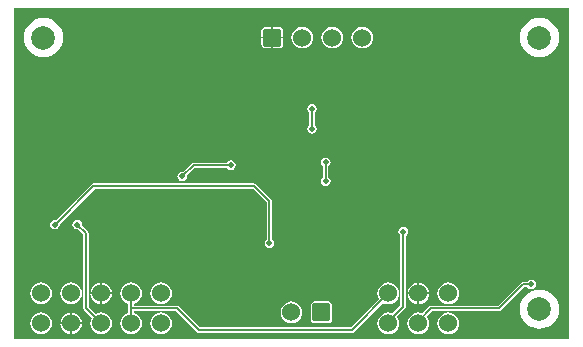
<source format=gbr>
%TF.GenerationSoftware,Altium Limited,Altium Designer,20.1.8 (145)*%
G04 Layer_Physical_Order=4*
G04 Layer_Color=16728128*
%FSLAX45Y45*%
%MOMM*%
%TF.SameCoordinates,2300FDCC-ED38-457A-842E-A9769F27D6F2*%
%TF.FilePolarity,Positive*%
%TF.FileFunction,Copper,L4,Bot,Signal*%
%TF.Part,Single*%
G01*
G75*
%TA.AperFunction,Conductor*%
%ADD23C,0.12700*%
%TA.AperFunction,WasherPad*%
%ADD25C,2.00000*%
%TA.AperFunction,ComponentPad*%
%ADD26C,1.52400*%
G04:AMPARAMS|DCode=27|XSize=1.524mm|YSize=1.524mm|CornerRadius=0.1905mm|HoleSize=0mm|Usage=FLASHONLY|Rotation=180.000|XOffset=0mm|YOffset=0mm|HoleType=Round|Shape=RoundedRectangle|*
%AMROUNDEDRECTD27*
21,1,1.52400,1.14300,0,0,180.0*
21,1,1.14300,1.52400,0,0,180.0*
1,1,0.38100,-0.57150,0.57150*
1,1,0.38100,0.57150,0.57150*
1,1,0.38100,0.57150,-0.57150*
1,1,0.38100,-0.57150,-0.57150*
%
%ADD27ROUNDEDRECTD27*%
%TA.AperFunction,ViaPad*%
%ADD28C,0.50000*%
%TA.AperFunction,Conductor*%
%ADD29C,0.15240*%
G36*
X4700000Y0D02*
X0D01*
Y2800000D01*
X4700000Y2800000D01*
Y0D01*
D02*
G37*
%LPC*%
G36*
X2245150Y2642112D02*
X2195620D01*
Y2557620D01*
X2280112D01*
Y2607150D01*
X2277450Y2620529D01*
X2269872Y2631872D01*
X2258529Y2639450D01*
X2245150Y2642112D01*
D02*
G37*
G36*
X2180380D02*
X2130850D01*
X2117470Y2639450D01*
X2106128Y2631872D01*
X2098549Y2620529D01*
X2095888Y2607150D01*
Y2557620D01*
X2180380D01*
Y2642112D01*
D02*
G37*
G36*
X2280112Y2542380D02*
X2195620D01*
Y2457888D01*
X2245150D01*
X2258529Y2460550D01*
X2269872Y2468128D01*
X2277450Y2479471D01*
X2280112Y2492850D01*
Y2542380D01*
D02*
G37*
G36*
X2180380D02*
X2095888D01*
Y2492850D01*
X2098549Y2479471D01*
X2106128Y2468128D01*
X2117470Y2460550D01*
X2130850Y2457888D01*
X2180380D01*
Y2542380D01*
D02*
G37*
G36*
X2950000Y2642229D02*
X2926129Y2639086D01*
X2903885Y2629873D01*
X2884784Y2615216D01*
X2870127Y2596114D01*
X2860914Y2573871D01*
X2857771Y2550000D01*
X2860914Y2526129D01*
X2870127Y2503886D01*
X2884784Y2484784D01*
X2903885Y2470127D01*
X2926129Y2460914D01*
X2950000Y2457771D01*
X2973870Y2460914D01*
X2996114Y2470127D01*
X3015215Y2484784D01*
X3029872Y2503886D01*
X3039086Y2526129D01*
X3042229Y2550000D01*
X3039086Y2573871D01*
X3029872Y2596114D01*
X3015215Y2615216D01*
X2996114Y2629873D01*
X2973870Y2639086D01*
X2950000Y2642229D01*
D02*
G37*
G36*
X2696000D02*
X2672129Y2639086D01*
X2649885Y2629873D01*
X2630784Y2615216D01*
X2616127Y2596114D01*
X2606914Y2573871D01*
X2603771Y2550000D01*
X2606914Y2526129D01*
X2616127Y2503886D01*
X2630784Y2484784D01*
X2649885Y2470127D01*
X2672129Y2460914D01*
X2696000Y2457771D01*
X2719870Y2460914D01*
X2742114Y2470127D01*
X2761215Y2484784D01*
X2775872Y2503886D01*
X2785086Y2526129D01*
X2788229Y2550000D01*
X2785086Y2573871D01*
X2775872Y2596114D01*
X2761215Y2615216D01*
X2742114Y2629873D01*
X2719870Y2639086D01*
X2696000Y2642229D01*
D02*
G37*
G36*
X2442000D02*
X2418129Y2639086D01*
X2395885Y2629873D01*
X2376784Y2615216D01*
X2362127Y2596114D01*
X2352914Y2573871D01*
X2349771Y2550000D01*
X2352914Y2526129D01*
X2362127Y2503886D01*
X2376784Y2484784D01*
X2395885Y2470127D01*
X2418129Y2460914D01*
X2442000Y2457771D01*
X2465870Y2460914D01*
X2488114Y2470127D01*
X2507215Y2484784D01*
X2521872Y2503886D01*
X2531086Y2526129D01*
X2534229Y2550000D01*
X2531086Y2573871D01*
X2521872Y2596114D01*
X2507215Y2615216D01*
X2488114Y2629873D01*
X2465870Y2639086D01*
X2442000Y2642229D01*
D02*
G37*
G36*
X4450000Y2716040D02*
X4417607Y2712849D01*
X4386459Y2703400D01*
X4357753Y2688057D01*
X4332592Y2667408D01*
X4311943Y2642247D01*
X4296599Y2613541D01*
X4287151Y2582393D01*
X4283960Y2550000D01*
X4287151Y2517607D01*
X4296599Y2486459D01*
X4311943Y2457753D01*
X4332592Y2432592D01*
X4357753Y2411943D01*
X4386459Y2396599D01*
X4417607Y2387151D01*
X4450000Y2383960D01*
X4482393Y2387151D01*
X4513541Y2396599D01*
X4542247Y2411943D01*
X4567408Y2432592D01*
X4588057Y2457753D01*
X4603400Y2486459D01*
X4612849Y2517607D01*
X4616040Y2550000D01*
X4612849Y2582393D01*
X4603400Y2613541D01*
X4588057Y2642247D01*
X4567408Y2667408D01*
X4542247Y2688057D01*
X4513541Y2703400D01*
X4482393Y2712849D01*
X4450000Y2716040D01*
D02*
G37*
G36*
X250000D02*
X217607Y2712849D01*
X186459Y2703400D01*
X157753Y2688057D01*
X132592Y2667408D01*
X111943Y2642247D01*
X96600Y2613541D01*
X87151Y2582393D01*
X83960Y2550000D01*
X87151Y2517607D01*
X96600Y2486459D01*
X111943Y2457753D01*
X132592Y2432592D01*
X157753Y2411943D01*
X186459Y2396599D01*
X217607Y2387151D01*
X250000Y2383960D01*
X282393Y2387151D01*
X313541Y2396599D01*
X342247Y2411943D01*
X367408Y2432592D01*
X388057Y2457753D01*
X403401Y2486459D01*
X412849Y2517607D01*
X416040Y2550000D01*
X412849Y2582393D01*
X403401Y2613541D01*
X388057Y2642247D01*
X367408Y2667408D01*
X342247Y2688057D01*
X313541Y2703400D01*
X282393Y2712849D01*
X250000Y2716040D01*
D02*
G37*
G36*
X2524200Y1988519D02*
X2508499Y1985396D01*
X2495189Y1976502D01*
X2486295Y1963191D01*
X2483172Y1947491D01*
X2486295Y1931790D01*
X2495189Y1918479D01*
X2502187Y1913803D01*
Y1810967D01*
X2495189Y1806291D01*
X2486295Y1792981D01*
X2483172Y1777280D01*
X2486295Y1761579D01*
X2495189Y1748269D01*
X2508499Y1739375D01*
X2524200Y1736252D01*
X2539901Y1739375D01*
X2553211Y1748269D01*
X2562105Y1761579D01*
X2565228Y1777280D01*
X2562105Y1792981D01*
X2553211Y1806291D01*
X2546213Y1810967D01*
Y1913803D01*
X2553211Y1918479D01*
X2562105Y1931790D01*
X2565228Y1947491D01*
X2562105Y1963191D01*
X2553211Y1976502D01*
X2539901Y1985396D01*
X2524200Y1988519D01*
D02*
G37*
G36*
X1836524Y1510954D02*
X1820823Y1507831D01*
X1807512Y1498937D01*
X1802836Y1491939D01*
X1521211D01*
X1514184Y1490541D01*
X1512786Y1490263D01*
X1505645Y1485491D01*
X1433324Y1413170D01*
X1425068Y1414812D01*
X1409368Y1411689D01*
X1396057Y1402795D01*
X1387163Y1389484D01*
X1384040Y1373783D01*
X1387163Y1358083D01*
X1396057Y1344772D01*
X1409368Y1335878D01*
X1425068Y1332755D01*
X1440769Y1335878D01*
X1454080Y1344772D01*
X1462973Y1358083D01*
X1466097Y1373783D01*
X1464455Y1382039D01*
X1530329Y1447913D01*
X1802836D01*
X1807512Y1440914D01*
X1820823Y1432021D01*
X1836524Y1428897D01*
X1852224Y1432021D01*
X1865535Y1440914D01*
X1874429Y1454225D01*
X1877552Y1469926D01*
X1874429Y1485626D01*
X1865535Y1498937D01*
X1852224Y1507831D01*
X1836524Y1510954D01*
D02*
G37*
G36*
X2640216Y1533109D02*
X2624515Y1529986D01*
X2611204Y1521092D01*
X2602311Y1507781D01*
X2599187Y1492081D01*
X2602311Y1476380D01*
X2611204Y1463069D01*
X2618203Y1458393D01*
Y1368611D01*
X2611204Y1363935D01*
X2602311Y1350625D01*
X2599187Y1334924D01*
X2602311Y1319223D01*
X2611204Y1305913D01*
X2624515Y1297019D01*
X2640216Y1293896D01*
X2655916Y1297019D01*
X2669227Y1305913D01*
X2678121Y1319223D01*
X2681244Y1334924D01*
X2678121Y1350625D01*
X2669227Y1363935D01*
X2662229Y1368611D01*
Y1458393D01*
X2669227Y1463069D01*
X2678121Y1476380D01*
X2681244Y1492081D01*
X2678121Y1507781D01*
X2669227Y1521092D01*
X2655916Y1529986D01*
X2640216Y1533109D01*
D02*
G37*
G36*
X2035467Y1314873D02*
X673898D01*
X666871Y1313475D01*
X665474Y1313197D01*
X658332Y1308425D01*
X355755Y1005848D01*
X347500Y1007490D01*
X331799Y1004367D01*
X318489Y995473D01*
X309595Y982163D01*
X306472Y966462D01*
X309595Y950761D01*
X318489Y937451D01*
X331799Y928557D01*
X347500Y925434D01*
X363201Y928557D01*
X376511Y937451D01*
X385405Y950761D01*
X388528Y966462D01*
X386886Y974718D01*
X683016Y1270847D01*
X2026349D01*
X2142067Y1155128D01*
Y843528D01*
X2135069Y838852D01*
X2126175Y825541D01*
X2123052Y809840D01*
X2126175Y794140D01*
X2135069Y780829D01*
X2148379Y771935D01*
X2164080Y768812D01*
X2179781Y771935D01*
X2193091Y780829D01*
X2201985Y794140D01*
X2205108Y809840D01*
X2201985Y825541D01*
X2193091Y838852D01*
X2186093Y843528D01*
Y1164247D01*
X2184417Y1172671D01*
X2179646Y1179812D01*
X2051032Y1308425D01*
X2043891Y1313197D01*
X2035467Y1314873D01*
D02*
G37*
G36*
X4379320Y501287D02*
X4363619Y498164D01*
X4350309Y489270D01*
X4345633Y482272D01*
X4312560D01*
X4304136Y480596D01*
X4296994Y475825D01*
X4100538Y279368D01*
X3534355D01*
X3525931Y277693D01*
X3518790Y272921D01*
X3459951Y214082D01*
X3447871Y219086D01*
X3424000Y222229D01*
X3400129Y219086D01*
X3377886Y209873D01*
X3358784Y195216D01*
X3344127Y176115D01*
X3334914Y153871D01*
X3331771Y130000D01*
X3334914Y106130D01*
X3344127Y83886D01*
X3358784Y64784D01*
X3377886Y50128D01*
X3400129Y40914D01*
X3424000Y37771D01*
X3447871Y40914D01*
X3470114Y50128D01*
X3489216Y64784D01*
X3503873Y83886D01*
X3513086Y106130D01*
X3516229Y130000D01*
X3513086Y153871D01*
X3503873Y176115D01*
X3495351Y187220D01*
X3543473Y235342D01*
X4109656D01*
X4118080Y237018D01*
X4125221Y241790D01*
X4321678Y438246D01*
X4345632D01*
X4350309Y431248D01*
X4363619Y422354D01*
X4379320Y419231D01*
X4395021Y422354D01*
X4408332Y431248D01*
X4417225Y444558D01*
X4420349Y460259D01*
X4417225Y475960D01*
X4408332Y489270D01*
X4395021Y498164D01*
X4379320Y501287D01*
D02*
G37*
G36*
X745620Y475226D02*
Y391620D01*
X829225D01*
X827086Y407871D01*
X817872Y430114D01*
X803216Y449216D01*
X784114Y463873D01*
X761870Y473086D01*
X745620Y475226D01*
D02*
G37*
G36*
X730380D02*
X714129Y473086D01*
X691885Y463873D01*
X672784Y449216D01*
X658127Y430114D01*
X648914Y407871D01*
X646774Y391620D01*
X730380D01*
Y475226D01*
D02*
G37*
G36*
X3431620Y475225D02*
Y391620D01*
X3515226D01*
X3513086Y407870D01*
X3503873Y430114D01*
X3489216Y449216D01*
X3470114Y463872D01*
X3447871Y473086D01*
X3431620Y475225D01*
D02*
G37*
G36*
X3416380D02*
X3400129Y473086D01*
X3377886Y463872D01*
X3358784Y449216D01*
X3344127Y430114D01*
X3334914Y407870D01*
X3332774Y391620D01*
X3416380D01*
Y475225D01*
D02*
G37*
G36*
X829225Y376380D02*
X745620D01*
Y292774D01*
X761870Y294914D01*
X784114Y304127D01*
X803216Y318784D01*
X817872Y337886D01*
X827086Y360129D01*
X829225Y376380D01*
D02*
G37*
G36*
X730380D02*
X646774D01*
X648914Y360129D01*
X658127Y337886D01*
X672784Y318784D01*
X691885Y304127D01*
X714129Y294914D01*
X730380Y292774D01*
Y376380D01*
D02*
G37*
G36*
X3515226Y376380D02*
X3431620D01*
Y292774D01*
X3447871Y294914D01*
X3470114Y304127D01*
X3489216Y318784D01*
X3503873Y337885D01*
X3513086Y360129D01*
X3515226Y376380D01*
D02*
G37*
G36*
X3416380D02*
X3332774D01*
X3334914Y360129D01*
X3344127Y337885D01*
X3358784Y318784D01*
X3377886Y304127D01*
X3400129Y294914D01*
X3416380Y292774D01*
Y376380D01*
D02*
G37*
G36*
X3678000Y476229D02*
X3654129Y473086D01*
X3631886Y463873D01*
X3612784Y449216D01*
X3598127Y430114D01*
X3588914Y407871D01*
X3585771Y384000D01*
X3588914Y360129D01*
X3598127Y337886D01*
X3612784Y318784D01*
X3631886Y304127D01*
X3654129Y294914D01*
X3678000Y291771D01*
X3701871Y294914D01*
X3724114Y304127D01*
X3743216Y318784D01*
X3757873Y337886D01*
X3767086Y360129D01*
X3770229Y384000D01*
X3767086Y407871D01*
X3757873Y430114D01*
X3743216Y449216D01*
X3724114Y463873D01*
X3701871Y473086D01*
X3678000Y476229D01*
D02*
G37*
G36*
X1246000D02*
X1222129Y473086D01*
X1199885Y463873D01*
X1180784Y449216D01*
X1166127Y430114D01*
X1156914Y407871D01*
X1153771Y384000D01*
X1156914Y360129D01*
X1166127Y337886D01*
X1180784Y318784D01*
X1199885Y304127D01*
X1222129Y294914D01*
X1246000Y291771D01*
X1269870Y294914D01*
X1292114Y304127D01*
X1311216Y318784D01*
X1325872Y337886D01*
X1335086Y360129D01*
X1338229Y384000D01*
X1335086Y407871D01*
X1325872Y430114D01*
X1311216Y449216D01*
X1292114Y463873D01*
X1269870Y473086D01*
X1246000Y476229D01*
D02*
G37*
G36*
X484000D02*
X460129Y473086D01*
X437885Y463873D01*
X418784Y449216D01*
X404127Y430114D01*
X394914Y407871D01*
X391771Y384000D01*
X394914Y360129D01*
X404127Y337886D01*
X418784Y318784D01*
X437885Y304127D01*
X460129Y294914D01*
X484000Y291771D01*
X507870Y294914D01*
X530114Y304127D01*
X549216Y318784D01*
X563872Y337886D01*
X573086Y360129D01*
X576229Y384000D01*
X573086Y407871D01*
X563872Y430114D01*
X549216Y449216D01*
X530114Y463873D01*
X507870Y473086D01*
X484000Y476229D01*
D02*
G37*
G36*
X230000D02*
X206129Y473086D01*
X183885Y463873D01*
X164784Y449216D01*
X150127Y430114D01*
X140914Y407871D01*
X137771Y384000D01*
X140914Y360129D01*
X150127Y337886D01*
X164784Y318784D01*
X183885Y304127D01*
X206129Y294914D01*
X230000Y291771D01*
X253870Y294914D01*
X276114Y304127D01*
X295216Y318784D01*
X309872Y337886D01*
X319086Y360129D01*
X322229Y384000D01*
X319086Y407871D01*
X309872Y430114D01*
X295216Y449216D01*
X276114Y463873D01*
X253870Y473086D01*
X230000Y476229D01*
D02*
G37*
G36*
X3295243Y947808D02*
X3279542Y944685D01*
X3266232Y935791D01*
X3257338Y922481D01*
X3254215Y906780D01*
X3257338Y891079D01*
X3266232Y877769D01*
X3273230Y873092D01*
Y281361D01*
X3205951Y214082D01*
X3193871Y219086D01*
X3170000Y222229D01*
X3146129Y219086D01*
X3123886Y209873D01*
X3104784Y195216D01*
X3090127Y176114D01*
X3080914Y153871D01*
X3077771Y130000D01*
X3080914Y106129D01*
X3090127Y83886D01*
X3104784Y64784D01*
X3123886Y50127D01*
X3146129Y40914D01*
X3170000Y37771D01*
X3193871Y40914D01*
X3216114Y50127D01*
X3235216Y64784D01*
X3249873Y83886D01*
X3259086Y106129D01*
X3262229Y130000D01*
X3259086Y153871D01*
X3249873Y176114D01*
X3241351Y187220D01*
X3310809Y256678D01*
X3315580Y263819D01*
X3317256Y272243D01*
Y873092D01*
X3324254Y877769D01*
X3333148Y891079D01*
X3336271Y906780D01*
X3333148Y922481D01*
X3324254Y935791D01*
X3310944Y944685D01*
X3295243Y947808D01*
D02*
G37*
G36*
X491620Y221226D02*
Y137620D01*
X575225D01*
X573086Y153871D01*
X563872Y176114D01*
X549216Y195216D01*
X530114Y209873D01*
X507870Y219086D01*
X491620Y221226D01*
D02*
G37*
G36*
X476380D02*
X460129Y219086D01*
X437885Y209873D01*
X418784Y195216D01*
X404127Y176114D01*
X394914Y153871D01*
X392774Y137620D01*
X476380D01*
Y221226D01*
D02*
G37*
G36*
X2661150Y315632D02*
X2546850D01*
X2533471Y312970D01*
X2522128Y305392D01*
X2514549Y294049D01*
X2511888Y280670D01*
Y166370D01*
X2514549Y152991D01*
X2522128Y141648D01*
X2533471Y134070D01*
X2546850Y131408D01*
X2661150D01*
X2674529Y134070D01*
X2685872Y141648D01*
X2693450Y152991D01*
X2696112Y166370D01*
Y280670D01*
X2693450Y294049D01*
X2685872Y305392D01*
X2674529Y312970D01*
X2661150Y315632D01*
D02*
G37*
G36*
X2350000Y315749D02*
X2326129Y312606D01*
X2303885Y303393D01*
X2284784Y288736D01*
X2270127Y269634D01*
X2260914Y247391D01*
X2257771Y223520D01*
X2260914Y199649D01*
X2270127Y177406D01*
X2284784Y158304D01*
X2303885Y143647D01*
X2326129Y134434D01*
X2350000Y131291D01*
X2373871Y134434D01*
X2396114Y143647D01*
X2415216Y158304D01*
X2429872Y177406D01*
X2439086Y199649D01*
X2442229Y223520D01*
X2439086Y247391D01*
X2429872Y269634D01*
X2415216Y288736D01*
X2396114Y303393D01*
X2373871Y312606D01*
X2350000Y315749D01*
D02*
G37*
G36*
X3170000Y476229D02*
X3146129Y473086D01*
X3123886Y463873D01*
X3104784Y449216D01*
X3090127Y430114D01*
X3080914Y407871D01*
X3077771Y384000D01*
X3080914Y360129D01*
X3090127Y337886D01*
X3090473Y337435D01*
X2850222Y97184D01*
X1576618D01*
X1400321Y273481D01*
X1392759Y278534D01*
X1383840Y280308D01*
X1015308D01*
Y294840D01*
X1015870Y294914D01*
X1038114Y304127D01*
X1057216Y318784D01*
X1071872Y337886D01*
X1081086Y360129D01*
X1084229Y384000D01*
X1081086Y407871D01*
X1071872Y430114D01*
X1057216Y449216D01*
X1038114Y463873D01*
X1015870Y473086D01*
X992000Y476229D01*
X968129Y473086D01*
X945885Y463873D01*
X926784Y449216D01*
X912127Y430114D01*
X902914Y407871D01*
X899771Y384000D01*
X902914Y360129D01*
X912127Y337886D01*
X926784Y318784D01*
X945885Y304127D01*
X968129Y294914D01*
X968692Y294840D01*
Y257000D01*
Y219160D01*
X968129Y219086D01*
X945885Y209873D01*
X926784Y195216D01*
X912127Y176114D01*
X902914Y153871D01*
X899771Y130000D01*
X902914Y106129D01*
X912127Y83886D01*
X926784Y64784D01*
X945885Y50127D01*
X968129Y40914D01*
X992000Y37771D01*
X1015870Y40914D01*
X1038114Y50127D01*
X1057216Y64784D01*
X1071872Y83886D01*
X1081086Y106129D01*
X1084229Y130000D01*
X1081086Y153871D01*
X1071872Y176114D01*
X1057216Y195216D01*
X1038114Y209873D01*
X1015870Y219086D01*
X1015308Y219160D01*
Y233692D01*
X1374186D01*
X1550483Y57395D01*
X1558045Y52342D01*
X1566964Y50568D01*
X2859876D01*
X2868795Y52342D01*
X2876357Y57395D01*
X3123435Y304473D01*
X3123886Y304127D01*
X3146129Y294914D01*
X3170000Y291771D01*
X3193871Y294914D01*
X3216114Y304127D01*
X3235216Y318784D01*
X3249873Y337886D01*
X3259086Y360129D01*
X3262229Y384000D01*
X3259086Y407871D01*
X3249873Y430114D01*
X3235216Y449216D01*
X3216114Y463873D01*
X3193871Y473086D01*
X3170000Y476229D01*
D02*
G37*
G36*
X4450000Y416040D02*
X4417607Y412849D01*
X4386459Y403401D01*
X4357753Y388057D01*
X4332592Y367408D01*
X4311943Y342247D01*
X4296599Y313541D01*
X4287151Y282393D01*
X4283960Y250000D01*
X4287151Y217607D01*
X4296599Y186459D01*
X4311943Y157753D01*
X4332592Y132592D01*
X4357753Y111943D01*
X4386459Y96600D01*
X4417607Y87151D01*
X4450000Y83960D01*
X4482393Y87151D01*
X4513541Y96600D01*
X4542247Y111943D01*
X4567408Y132592D01*
X4588057Y157753D01*
X4603400Y186459D01*
X4612849Y217607D01*
X4616040Y250000D01*
X4612849Y282393D01*
X4603400Y313541D01*
X4588057Y342247D01*
X4567408Y367408D01*
X4542247Y388057D01*
X4513541Y403401D01*
X4482393Y412849D01*
X4450000Y416040D01*
D02*
G37*
G36*
X575225Y122380D02*
X491620D01*
Y38774D01*
X507870Y40914D01*
X530114Y50127D01*
X549216Y64784D01*
X563872Y83886D01*
X573086Y106129D01*
X575225Y122380D01*
D02*
G37*
G36*
X476380D02*
X392774D01*
X394914Y106129D01*
X404127Y83886D01*
X418784Y64784D01*
X437885Y50127D01*
X460129Y40914D01*
X476380Y38774D01*
Y122380D01*
D02*
G37*
G36*
X3678000Y222229D02*
X3654129Y219086D01*
X3631886Y209873D01*
X3612784Y195216D01*
X3598127Y176114D01*
X3588914Y153871D01*
X3585771Y130000D01*
X3588914Y106129D01*
X3598127Y83886D01*
X3612784Y64784D01*
X3631886Y50127D01*
X3654129Y40914D01*
X3678000Y37771D01*
X3701871Y40914D01*
X3724114Y50127D01*
X3743216Y64784D01*
X3757873Y83886D01*
X3767086Y106129D01*
X3770229Y130000D01*
X3767086Y153871D01*
X3757873Y176114D01*
X3743216Y195216D01*
X3724114Y209873D01*
X3701871Y219086D01*
X3678000Y222229D01*
D02*
G37*
G36*
X1246000D02*
X1222129Y219086D01*
X1199885Y209873D01*
X1180784Y195216D01*
X1166127Y176114D01*
X1156914Y153871D01*
X1153771Y130000D01*
X1156914Y106129D01*
X1166127Y83886D01*
X1180784Y64784D01*
X1199885Y50127D01*
X1222129Y40914D01*
X1246000Y37771D01*
X1269870Y40914D01*
X1292114Y50127D01*
X1311216Y64784D01*
X1325872Y83886D01*
X1335086Y106129D01*
X1338229Y130000D01*
X1335086Y153871D01*
X1325872Y176114D01*
X1311216Y195216D01*
X1292114Y209873D01*
X1269870Y219086D01*
X1246000Y222229D01*
D02*
G37*
G36*
X536945Y1007490D02*
X521245Y1004367D01*
X507934Y995473D01*
X499040Y982163D01*
X495917Y966462D01*
X499040Y950761D01*
X507934Y937451D01*
X521245Y928557D01*
X536945Y925434D01*
X545201Y927076D01*
X588458Y883818D01*
Y257529D01*
X590134Y249105D01*
X594906Y241964D01*
X659268Y177601D01*
X658127Y176114D01*
X648914Y153871D01*
X645771Y130000D01*
X648914Y106129D01*
X658127Y83886D01*
X672784Y64784D01*
X691885Y50127D01*
X714129Y40914D01*
X738000Y37771D01*
X761870Y40914D01*
X784114Y50127D01*
X803216Y64784D01*
X817872Y83886D01*
X827086Y106129D01*
X830229Y130000D01*
X827086Y153871D01*
X817872Y176114D01*
X803216Y195216D01*
X784114Y209873D01*
X761870Y219086D01*
X738000Y222229D01*
X714129Y219086D01*
X691885Y209873D01*
X690399Y208732D01*
X632484Y266647D01*
Y892936D01*
X630808Y901360D01*
X626037Y908502D01*
X576332Y958207D01*
X577974Y966462D01*
X574851Y982163D01*
X565957Y995473D01*
X552646Y1004367D01*
X536945Y1007490D01*
D02*
G37*
G36*
X230000Y222229D02*
X206129Y219086D01*
X183885Y209873D01*
X164784Y195216D01*
X150127Y176114D01*
X140914Y153871D01*
X137771Y130000D01*
X140914Y106129D01*
X150127Y83886D01*
X164784Y64784D01*
X183885Y50127D01*
X206129Y40914D01*
X230000Y37771D01*
X253870Y40914D01*
X276114Y50127D01*
X295216Y64784D01*
X309872Y83886D01*
X319086Y106129D01*
X322229Y130000D01*
X319086Y153871D01*
X309872Y176114D01*
X295216Y195216D01*
X276114Y209873D01*
X253870Y219086D01*
X230000Y222229D01*
D02*
G37*
%LPD*%
D23*
X1521211Y1469926D02*
X1836524D01*
X1425068Y1373783D02*
X1521211Y1469926D01*
X673898Y1292860D02*
X2035467D01*
X2164080Y809840D02*
Y1164247D01*
X2035467Y1292860D02*
X2164080Y1164247D01*
X610471Y257529D02*
Y892936D01*
X738000Y130000D02*
Y130001D01*
X610471Y257529D02*
X738000Y130001D01*
X3420000Y143000D02*
X3534355Y257355D01*
X4109656D02*
X4312560Y460259D01*
X3534355Y257355D02*
X4109656D01*
X4312560Y460259D02*
X4379320D01*
X4379320Y460259D01*
X536945Y966462D02*
X610471Y892936D01*
X3295243Y272243D02*
Y906780D01*
X3166000Y143000D02*
X3295243Y272243D01*
X347500Y966462D02*
X673898Y1292860D01*
X2524200Y1777280D02*
Y1947491D01*
X2640216Y1334924D02*
Y1492081D01*
D25*
X250000Y2550000D02*
D03*
X4450000Y250000D02*
D03*
Y2550000D02*
D03*
D26*
X3170000Y130000D02*
D03*
X3424000Y130000D02*
D03*
X3678000Y130000D02*
D03*
Y384000D02*
D03*
X3424000Y384000D02*
D03*
X3170000Y384000D02*
D03*
X1246000Y130000D02*
D03*
X992000D02*
D03*
X738000D02*
D03*
X484000D02*
D03*
X230000D02*
D03*
Y384000D02*
D03*
X484000D02*
D03*
X738000D02*
D03*
X992000D02*
D03*
X1246000D02*
D03*
X2350000Y223520D02*
D03*
X2442000Y2550000D02*
D03*
X2696000D02*
D03*
X2950000D02*
D03*
D27*
X2604000Y223520D02*
D03*
X2188000Y2550000D02*
D03*
D28*
X3305120Y2459360D02*
D03*
X3393440Y2550000D02*
D03*
X3305120Y2636520D02*
D03*
X1965000Y914400D02*
D03*
X2027220D02*
D03*
X1425068Y1373783D02*
D03*
X1900480Y914400D02*
D03*
X1913180Y713740D02*
D03*
X1975160D02*
D03*
X2037380D02*
D03*
X4379320Y460259D02*
D03*
X1456857Y1595000D02*
D03*
X1345000Y1529080D02*
D03*
X1234440Y1595000D02*
D03*
X2179102Y1384978D02*
D03*
X2764436Y2074440D02*
D03*
X2506604Y2217020D02*
D03*
X3295243Y906780D02*
D03*
X2295516Y467780D02*
D03*
Y342900D02*
D03*
Y405800D02*
D03*
X2453640Y342900D02*
D03*
X2374000D02*
D03*
X2453640Y467780D02*
D03*
X2106546Y560001D02*
D03*
Y482540D02*
D03*
Y637093D02*
D03*
X1982780Y637540D02*
D03*
Y482540D02*
D03*
Y560001D02*
D03*
X737500Y928362D02*
D03*
X2265581Y1469756D02*
D03*
X737500Y706120D02*
D03*
X1597660Y2283840D02*
D03*
X1430020D02*
D03*
X2070000Y2042160D02*
D03*
X2156460Y2125980D02*
D03*
X2676016Y1982400D02*
D03*
X2589850Y2073904D02*
D03*
X3078580Y469900D02*
D03*
X2981960Y629040D02*
D03*
X3078580Y787400D02*
D03*
X1506220Y1168400D02*
D03*
Y993140D02*
D03*
X1414780Y1079500D02*
D03*
X1447800Y820420D02*
D03*
X1536700Y906780D02*
D03*
Y731520D02*
D03*
X1090000Y1008380D02*
D03*
X1173480Y921820D02*
D03*
X1005840D02*
D03*
X212060Y1023620D02*
D03*
X1704574Y226508D02*
D03*
X1794092Y286820D02*
D03*
X1705482Y167144D02*
D03*
X2453640Y405800D02*
D03*
X2374000Y467780D02*
D03*
X1670000Y330001D02*
D03*
X1582420Y425001D02*
D03*
X1757680D02*
D03*
X2045000Y482540D02*
D03*
Y637540D02*
D03*
X1836524Y1469926D02*
D03*
X2524200Y1947491D02*
D03*
X2640216Y1334924D02*
D03*
Y1492081D02*
D03*
X663710Y1794125D02*
D03*
X731433Y1727939D02*
D03*
X795020Y1656080D02*
D03*
X2524200Y1777280D02*
D03*
X2164080Y809840D02*
D03*
X347500Y966462D02*
D03*
X536945D02*
D03*
D29*
X992000Y257000D02*
Y384000D01*
Y130000D02*
Y257000D01*
X1383840D01*
X1566964Y73876D01*
X2859876D02*
X3170000Y384000D01*
X1566964Y73876D02*
X2859876D01*
%TF.MD5,ca0a6b3c0fb72c35d925c852f37b087f*%
M02*

</source>
